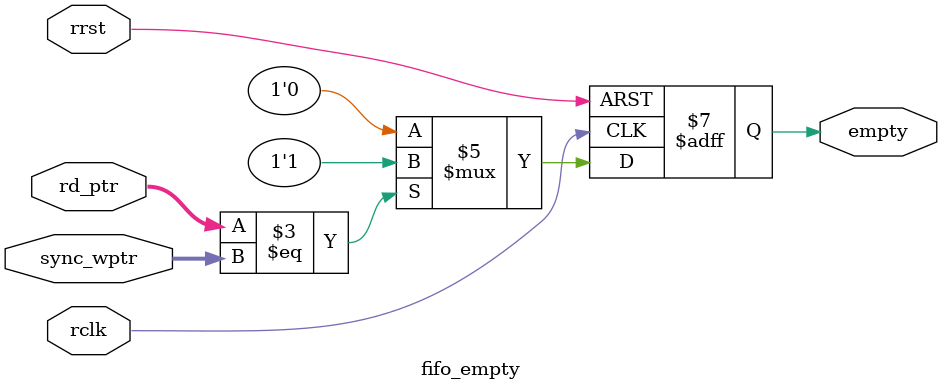
<source format=v>
module fifo_empty #(parameter addr_size=4)(input rclk,rrst,input[addr_size:0]rd_ptr,sync_wptr,output reg empty );

always@(posedge rclk or negedge rrst)
begin
if(!rrst) empty<=1'b1;
else if(rd_ptr==sync_wptr) empty<=1'b1;
else empty<=1'b0;
end
endmodule

</source>
